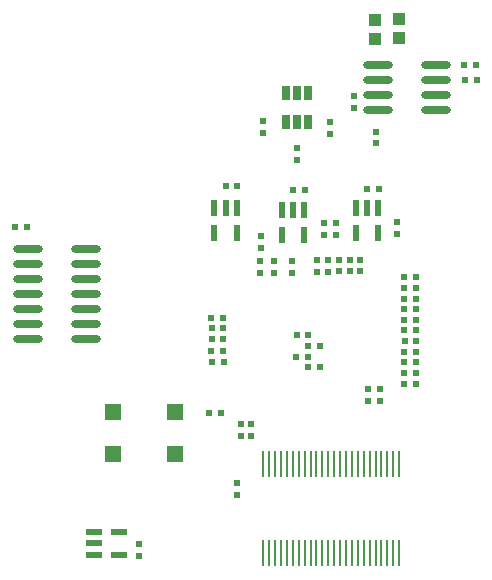
<source format=gtp>
G04 Layer_Color=8421504*
%FSLAX25Y25*%
%MOIN*%
G70*
G01*
G75*
%ADD10R,0.05709X0.02165*%
%ADD11R,0.05709X0.02165*%
%ADD12O,0.09843X0.02756*%
%ADD13R,0.05500X0.05500*%
%ADD14R,0.02165X0.05709*%
%ADD15R,0.02165X0.05709*%
%ADD16O,0.00984X0.08709*%
%ADD17R,0.02756X0.05118*%
%ADD18R,0.02362X0.01969*%
%ADD19R,0.01969X0.02362*%
%ADD20R,0.03937X0.03937*%
D10*
X116891Y47544D02*
D03*
Y40064D02*
D03*
X108426D02*
D03*
Y43804D02*
D03*
D11*
X108426Y47544D02*
D03*
D12*
X105581Y131858D02*
D03*
Y136858D02*
D03*
Y116858D02*
D03*
Y126858D02*
D03*
Y141858D02*
D03*
Y121858D02*
D03*
Y111858D02*
D03*
X86290Y141858D02*
D03*
Y131858D02*
D03*
Y136858D02*
D03*
Y121858D02*
D03*
Y126858D02*
D03*
Y111858D02*
D03*
Y116858D02*
D03*
X222520Y198158D02*
D03*
Y203158D02*
D03*
Y193158D02*
D03*
Y188158D02*
D03*
X203228Y203158D02*
D03*
Y193158D02*
D03*
Y198158D02*
D03*
Y188158D02*
D03*
D13*
X135387Y87690D02*
D03*
Y73690D02*
D03*
X114887Y87690D02*
D03*
Y73690D02*
D03*
D14*
X155975Y155634D02*
D03*
X178386Y154902D02*
D03*
X203219Y155634D02*
D03*
D15*
X155975Y147169D02*
D03*
X148495Y155634D02*
D03*
X152235D02*
D03*
X148495Y147169D02*
D03*
X178386Y146437D02*
D03*
X170905Y154902D02*
D03*
X174646D02*
D03*
X170905Y146437D02*
D03*
X203219Y147169D02*
D03*
X195739Y155634D02*
D03*
X199479D02*
D03*
X195739Y147169D02*
D03*
D16*
X208141Y70224D02*
D03*
X206172D02*
D03*
X210109D02*
D03*
X200267D02*
D03*
X202235D02*
D03*
X204204D02*
D03*
X196330D02*
D03*
X198298D02*
D03*
X192393D02*
D03*
X194361D02*
D03*
X188456D02*
D03*
X190424D02*
D03*
X186487D02*
D03*
X210109Y40559D02*
D03*
X206172D02*
D03*
X208141D02*
D03*
X202235D02*
D03*
X204204D02*
D03*
X190424D02*
D03*
X192393D02*
D03*
X186487D02*
D03*
X188456D02*
D03*
X198298D02*
D03*
X200267D02*
D03*
X194361D02*
D03*
X196330D02*
D03*
X182550Y70224D02*
D03*
X180581D02*
D03*
X184519D02*
D03*
X178613D02*
D03*
X174676D02*
D03*
X176645D02*
D03*
X170739D02*
D03*
X172707D02*
D03*
X166802D02*
D03*
X168771D02*
D03*
X164833D02*
D03*
X182550Y40559D02*
D03*
X184519D02*
D03*
X176645D02*
D03*
X178613D02*
D03*
X180581D02*
D03*
X164833D02*
D03*
X166802D02*
D03*
X172707D02*
D03*
X174676D02*
D03*
X168771D02*
D03*
X170739D02*
D03*
D17*
X179724Y193858D02*
D03*
X175984D02*
D03*
X179724Y184409D02*
D03*
X172244D02*
D03*
X175984D02*
D03*
X172244Y193858D02*
D03*
D18*
X86093Y149299D02*
D03*
X82156D02*
D03*
X150669Y87283D02*
D03*
X146732D02*
D03*
X236103Y198414D02*
D03*
X232166D02*
D03*
X235709Y203138D02*
D03*
X231772D02*
D03*
X215787Y97047D02*
D03*
X211850D02*
D03*
X151496Y119055D02*
D03*
X147559D02*
D03*
X179842Y113228D02*
D03*
X175906D02*
D03*
X179803Y105984D02*
D03*
X175866D02*
D03*
X183740Y109606D02*
D03*
X179803D02*
D03*
X183740Y102598D02*
D03*
X179803D02*
D03*
X151535Y111890D02*
D03*
X147598D02*
D03*
X151535Y115551D02*
D03*
X147598D02*
D03*
X151496Y107992D02*
D03*
X147559D02*
D03*
X151614Y104213D02*
D03*
X147677D02*
D03*
X215869Y111343D02*
D03*
X211932D02*
D03*
X215787Y107677D02*
D03*
X211850D02*
D03*
X215787Y100591D02*
D03*
X211850D02*
D03*
X215787Y104134D02*
D03*
X211850D02*
D03*
X215787Y125394D02*
D03*
X211850D02*
D03*
X215787Y121850D02*
D03*
X211850D02*
D03*
X215787Y132480D02*
D03*
X211850D02*
D03*
X215787Y128937D02*
D03*
X211850D02*
D03*
X215787Y114764D02*
D03*
X211850D02*
D03*
X215787Y118307D02*
D03*
X211850D02*
D03*
X156172Y162819D02*
D03*
X152235D02*
D03*
X178613Y161638D02*
D03*
X174676D02*
D03*
X203416Y162031D02*
D03*
X199479D02*
D03*
D19*
X123367Y43591D02*
D03*
Y39654D02*
D03*
X202244Y181091D02*
D03*
Y177154D02*
D03*
X187008Y184331D02*
D03*
Y180394D02*
D03*
X175984Y175433D02*
D03*
Y171496D02*
D03*
X164606Y184449D02*
D03*
Y180512D02*
D03*
X195158Y192902D02*
D03*
Y188965D02*
D03*
X197117Y138409D02*
D03*
Y134472D02*
D03*
X203740Y95315D02*
D03*
Y91378D02*
D03*
X199646Y95354D02*
D03*
Y91417D02*
D03*
X156172Y64000D02*
D03*
Y60063D02*
D03*
X157353Y83685D02*
D03*
Y79748D02*
D03*
X160897Y83685D02*
D03*
Y79748D02*
D03*
X163898Y137953D02*
D03*
Y134016D02*
D03*
X168543Y138031D02*
D03*
Y134095D02*
D03*
X174252Y137913D02*
D03*
Y133976D02*
D03*
X186417Y138268D02*
D03*
Y134331D02*
D03*
X182638Y138150D02*
D03*
Y134213D02*
D03*
X193574Y138409D02*
D03*
Y134472D02*
D03*
X190030Y138409D02*
D03*
Y134472D02*
D03*
X163976Y146260D02*
D03*
Y142323D02*
D03*
X185000Y150469D02*
D03*
Y146531D02*
D03*
X209322Y151008D02*
D03*
Y147071D02*
D03*
X189000Y150469D02*
D03*
Y146531D02*
D03*
D20*
X202059Y218390D02*
D03*
Y212091D02*
D03*
X209922Y218454D02*
D03*
Y212154D02*
D03*
M02*

</source>
